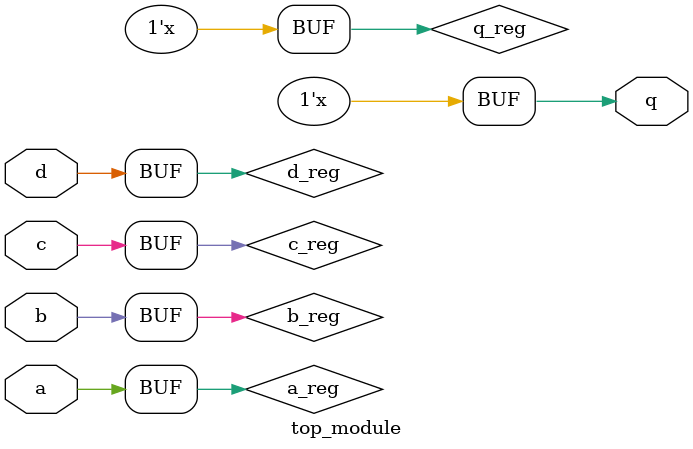
<source format=sv>
module top_module (
	input a, 
	input b, 
	input c, 
	input d,
	output q
);

  reg a_reg, b_reg, c_reg, d_reg, q_reg;

  always @(a, b, c, d) begin
    a_reg <= a;
    b_reg <= b;
    c_reg <= c;
    d_reg <= d;
    q_reg <= (a_reg | b_reg) & (c_reg | d_reg);
  end

  assign q = q_reg;

endmodule

</source>
